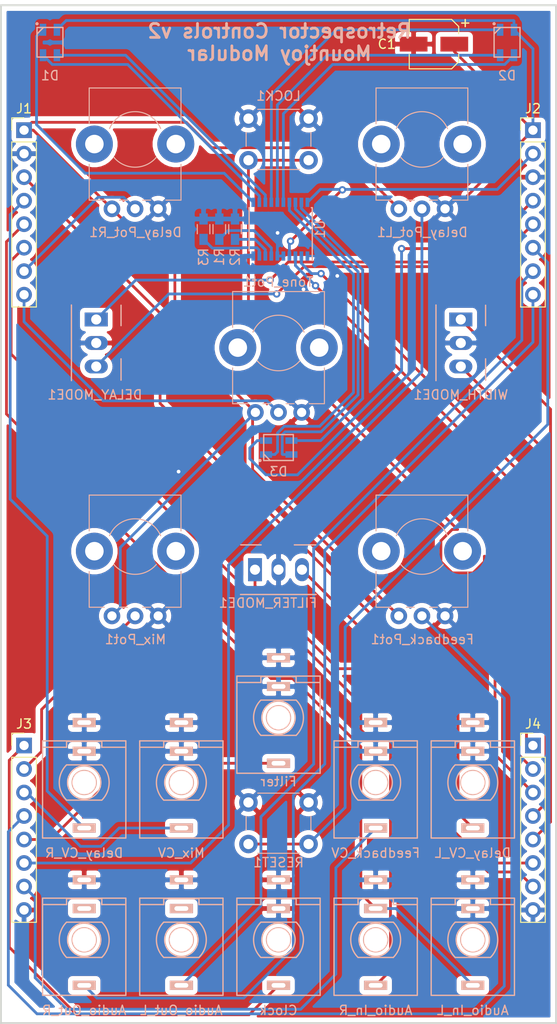
<source format=kicad_pcb>
(kicad_pcb (version 20171130) (host pcbnew "(5.1.9)-1")
  (layers (0 F.Cu signal) (31 B.Cu signal) (34 B.Paste user) (35 F.Paste user) (36 B.SilkS user) (37 F.SilkS user) (38 B.Mask user) (39 F.Mask user) (44 Edge.Cuts user))
  (net 0 "")
  (net 1 GND)
  (net 2 +3.3VA)
  (net 3 /MODE1)
  (net 4 /MODE2)
  (net 5 /EXT_AUDIO_IN_L)
  (net 6 /EXT_AUDIO_IN_R)
  (net 7 /RESET)
  (net 8 /EXT_AUDIO_OUT_L)
  (net 9 /EXT_AUDIO_OUT_R)
  (net 10 /CLOCK)
  (net 11 /DELAY_CV_L)
  (net 12 /DELAY_POT_L)
  (net 13 /DELAY_CV_R)
  (net 14 /DELAY_POT_R)
  (net 15 /MIX_POT)
  (net 16 /MIX_CV)
  (net 17 /FEEDBACK_CV)
  (net 18 /FEEDBACK_POT)
  (net 19 "Net-(J12-Pad2)")
  (net 20 "Net-(J13-Pad2)")
  (net 21 +5V)
  (net 22 "Net-(D1-Pad1)")
  (net 23 "Net-(D1-Pad2)")
  (net 24 "Net-(D1-Pad3)")
  (net 25 "Net-(D2-Pad1)")
  (net 26 "Net-(D2-Pad2)")
  (net 27 "Net-(D2-Pad3)")
  (net 28 "Net-(D3-Pad1)")
  (net 29 "Net-(D3-Pad2)")
  (net 30 "Net-(D3-Pad3)")
  (net 31 /HP_MODE)
  (net 32 /LP_MODE)
  (net 33 +3V3)
  (net 34 /FILTER_CV)
  (net 35 /LED_SPI_DATA)
  (net 36 /LED_SPI_CLK)
  (net 37 /PINGPONG)
  (net 38 /CHORUS)
  (net 39 "Net-(R1-Pad1)")
  (net 40 "Net-(R2-Pad1)")
  (net 41 "Net-(R3-Pad1)")
  (net 42 /FILTER_POT)
  (net 43 /LINK_BTN)
  (module Custom_Footprints:Alpha_9mm_Potentiometer_Aligned (layer B.Cu) (at 114.5 64.5 180)
    (fp_text reference Delay_Pot_R1 (at -0.04 -10.04) (layer B.SilkS) (effects (justify mirror)))
    (fp_text value B10k)
    (pad 0 np_thru_hole circle (at 4.4 -0.5 90) (size 4 4) (drill 2) (layers *.Cu *.Mask))
    (pad 0 np_thru_hole circle (at -4.4 -0.5 90) (size 4 4) (drill 2) (layers *.Cu *.Mask))
    (pad 1 thru_hole circle (at 2.5 -7.5 90) (size 1.8 1.8) (drill 1) (layers *.Cu *.Mask) (net 2 +3.3VA))
    (pad 2 thru_hole circle (at 0 -7.5 90) (size 1.8 1.8) (drill 1) (layers *.Cu *.Mask) (net 14 /DELAY_POT_R))
    (pad 3 thru_hole circle (at -2.5 -7.5 90) (size 1.8 1.8) (drill 1) (layers *.Cu *.Mask) (net 1 GND))
  )
  (module Custom_Footprints:SPDT_SubMiniature_Aligned (layer B.Cu) (at 149.7 86.5 270)
    (fp_text reference WIDTH_MODE1 (at 5.6 0 180) (layer B.SilkS) (effects (justify mirror)))
    (fp_text value SW_SPDT_MSM)
    (pad 3 thru_hole oval (at 2.54 0 270) (size 1.5 2.5) (drill 1.0922) (layers *.Cu *.Mask) (net 37 /PINGPONG))
    (pad 2 thru_hole oval (at 0 0 270) (size 1.5 2.5) (drill 1.0922) (layers *.Cu *.Mask) (net 1 GND))
    (pad 1 thru_hole rect (at -2.54 0 270) (size 1.5 2.5) (drill 1.0922) (layers *.Cu *.Mask) (net 38 /CHORUS))
  )
  (module Custom_Footprints:SPDT_SubMiniature_Aligned (layer B.Cu) (at 130 111)
    (fp_text reference FILTER_MODE1 (at -1.14 3.6) (layer B.SilkS) (effects (justify mirror)))
    (fp_text value SW_SPDT_MSM)
    (pad 3 thru_hole oval (at 2.54 0) (size 1.5 2.5) (drill 1.0922) (layers *.Cu *.Mask) (net 31 /HP_MODE))
    (pad 2 thru_hole oval (at 0 0) (size 1.5 2.5) (drill 1.0922) (layers *.Cu *.Mask) (net 1 GND))
    (pad 1 thru_hole rect (at -2.54 0) (size 1.5 2.5) (drill 1.0922) (layers *.Cu *.Mask) (net 32 /LP_MODE))
  )
  (module Custom_Footprints:SPDT_SubMiniature_Aligned (layer B.Cu) (at 110.3 86.5 270)
    (fp_text reference DELAY_MODE1 (at 5.6 0.15 180) (layer B.SilkS) (effects (justify mirror)))
    (fp_text value SW_SPDT_MSM)
    (pad 3 thru_hole oval (at 2.54 0 270) (size 1.5 2.5) (drill 1.0922) (layers *.Cu *.Mask) (net 4 /MODE2))
    (pad 2 thru_hole oval (at 0 0 270) (size 1.5 2.5) (drill 1.0922) (layers *.Cu *.Mask) (net 1 GND))
    (pad 1 thru_hole rect (at -2.54 0 270) (size 1.5 2.5) (drill 1.0922) (layers *.Cu *.Mask) (net 3 /MODE1))
  )
  (module Custom_Footprints:LED_RGB_PLCC4 (layer B.Cu) (at 130 97.8 90)
    (fp_text reference D3 (at -2.6 0 180) (layer B.SilkS) (effects (justify mirror)))
    (fp_text value LED_RGBA)
    (pad 1 smd rect (at -0.75 -1.35 90) (size 0.7 1.3) (layers B.Cu B.Paste B.Mask) (net 28 "Net-(D3-Pad1)"))
    (pad 2 smd rect (at -0.75 1.4 90) (size 0.7 1.3) (layers B.Cu B.Paste B.Mask) (net 29 "Net-(D3-Pad2)"))
    (pad 4 smd rect (at 0.75 -1.35 90) (size 0.7 1.3) (layers B.Cu B.Paste B.Mask) (net 21 +5V))
    (pad 3 smd rect (at 0.75 1.4 90) (size 0.7 1.3) (layers B.Cu B.Paste B.Mask) (net 30 "Net-(D3-Pad3)"))
  )
  (module Custom_Footprints:LED_RGB_PLCC4 (layer B.Cu) (at 154.7 54)
    (fp_text reference D2 (at 0 3.6) (layer B.SilkS) (effects (justify mirror)))
    (fp_text value LED_RGBA)
    (pad 1 smd rect (at -0.75 -1.35) (size 0.7 1.3) (layers B.Cu B.Paste B.Mask) (net 25 "Net-(D2-Pad1)"))
    (pad 2 smd rect (at -0.75 1.4) (size 0.7 1.3) (layers B.Cu B.Paste B.Mask) (net 26 "Net-(D2-Pad2)"))
    (pad 4 smd rect (at 0.75 -1.35) (size 0.7 1.3) (layers B.Cu B.Paste B.Mask) (net 21 +5V))
    (pad 3 smd rect (at 0.75 1.4) (size 0.7 1.3) (layers B.Cu B.Paste B.Mask) (net 27 "Net-(D2-Pad3)"))
  )
  (module Custom_Footprints:LED_RGB_PLCC4 (layer B.Cu) (at 105.3 54)
    (fp_text reference D1 (at 0 3.6) (layer B.SilkS) (effects (justify mirror)))
    (fp_text value LED_RGBA)
    (pad 1 smd rect (at -0.75 -1.35) (size 0.7 1.3) (layers B.Cu B.Paste B.Mask) (net 22 "Net-(D1-Pad1)"))
    (pad 2 smd rect (at -0.75 1.4) (size 0.7 1.3) (layers B.Cu B.Paste B.Mask) (net 23 "Net-(D1-Pad2)"))
    (pad 4 smd rect (at 0.75 -1.35) (size 0.7 1.3) (layers B.Cu B.Paste B.Mask) (net 21 +5V))
    (pad 3 smd rect (at 0.75 1.4) (size 0.7 1.3) (layers B.Cu B.Paste B.Mask) (net 24 "Net-(D1-Pad3)"))
  )
  (module Custom_Footprints:THONKICONN_hole (layer B.Cu) (at 130 127)
    (fp_text reference J14 hide)
    (fp_text value Filter (at 0 6.9) (layer B.SilkS) (effects (justify mirror)))
    (pad "" np_thru_hole circle (at 0 0) (size 2.5 2.5) (drill 2.5) (layers *.Cu *.Mask))
    (pad 1 thru_hole rect (at 0 -6.48) (size 2.5 1) (drill oval 1.5 0.5) (layers *.Cu *.Mask B.SilkS) (net 1 GND))
    (pad 2 thru_hole rect (at 0 -3.38) (size 2.5 1) (drill oval 1.5 0.5) (layers *.Cu *.Mask B.SilkS) (net 1 GND))
    (pad 3 thru_hole rect (at 0 4.92) (size 2.5 1) (drill oval 1.5 0.5) (layers *.Cu *.Mask B.SilkS) (net 34 /FILTER_CV))
  )
  (module Custom_Footprints:THONKICONN_hole (layer B.Cu) (at 109 151)
    (fp_text reference J12 hide)
    (fp_text value Audio_Out_R (at 0 7.62) (layer B.SilkS) (effects (justify mirror)))
    (pad "" np_thru_hole circle (at 0 0) (size 2.5 2.5) (drill 2.5) (layers *.Cu *.Mask))
    (pad 1 thru_hole rect (at 0 -6.48) (size 2.5 1) (drill oval 1.5 0.5) (layers *.Cu *.Mask B.SilkS) (net 1 GND))
    (pad 2 thru_hole rect (at 0 -3.38) (size 2.5 1) (drill oval 1.5 0.5) (layers *.Cu *.Mask B.SilkS) (net 19 "Net-(J12-Pad2)"))
    (pad 3 thru_hole rect (at 0 4.92) (size 2.5 1) (drill oval 1.5 0.5) (layers *.Cu *.Mask B.SilkS) (net 9 /EXT_AUDIO_OUT_R))
  )
  (module Custom_Footprints:THONKICONN_hole (layer B.Cu) (at 119.5 134)
    (fp_text reference J7 hide)
    (fp_text value Mix_CV (at 0 7.62) (layer B.SilkS) (effects (justify mirror)))
    (pad "" np_thru_hole circle (at 0 0) (size 2.5 2.5) (drill 2.5) (layers *.Cu *.Mask))
    (pad 1 thru_hole rect (at 0 -6.48) (size 2.5 1) (drill oval 1.5 0.5) (layers *.Cu *.Mask B.SilkS) (net 1 GND))
    (pad 2 thru_hole rect (at 0 -3.38) (size 2.5 1) (drill oval 1.5 0.5) (layers *.Cu *.Mask B.SilkS) (net 1 GND))
    (pad 3 thru_hole rect (at 0 4.92) (size 2.5 1) (drill oval 1.5 0.5) (layers *.Cu *.Mask B.SilkS) (net 16 /MIX_CV))
  )
  (module Custom_Footprints:THONKICONN_hole (layer B.Cu) (at 140.5 134)
    (fp_text reference J10 hide)
    (fp_text value Feedback_CV (at 0 7.62) (layer B.SilkS) (effects (justify mirror)))
    (pad "" np_thru_hole circle (at 0 0) (size 2.5 2.5) (drill 2.5) (layers *.Cu *.Mask))
    (pad 1 thru_hole rect (at 0 -6.48) (size 2.5 1) (drill oval 1.5 0.5) (layers *.Cu *.Mask B.SilkS) (net 1 GND))
    (pad 2 thru_hole rect (at 0 -3.38) (size 2.5 1) (drill oval 1.5 0.5) (layers *.Cu *.Mask B.SilkS) (net 1 GND))
    (pad 3 thru_hole rect (at 0 4.92) (size 2.5 1) (drill oval 1.5 0.5) (layers *.Cu *.Mask B.SilkS) (net 17 /FEEDBACK_CV))
  )
  (module Custom_Footprints:THONKICONN_hole (layer B.Cu) (at 109 134)
    (fp_text reference J8 hide)
    (fp_text value Delay_CV_R (at 0 7.62) (layer B.SilkS) (effects (justify mirror)))
    (pad "" np_thru_hole circle (at 0 0) (size 2.5 2.5) (drill 2.5) (layers *.Cu *.Mask))
    (pad 1 thru_hole rect (at 0 -6.48) (size 2.5 1) (drill oval 1.5 0.5) (layers *.Cu *.Mask B.SilkS) (net 1 GND))
    (pad 2 thru_hole rect (at 0 -3.38) (size 2.5 1) (drill oval 1.5 0.5) (layers *.Cu *.Mask B.SilkS) (net 1 GND))
    (pad 3 thru_hole rect (at 0 4.92) (size 2.5 1) (drill oval 1.5 0.5) (layers *.Cu *.Mask B.SilkS) (net 13 /DELAY_CV_R))
  )
  (module Custom_Footprints:THONKICONN_hole (layer B.Cu) (at 119.5 151)
    (fp_text reference J13 hide)
    (fp_text value Audio_Out_L (at 0 7.62) (layer B.SilkS) (effects (justify mirror)))
    (pad "" np_thru_hole circle (at 0 0) (size 2.5 2.5) (drill 2.5) (layers *.Cu *.Mask))
    (pad 1 thru_hole rect (at 0 -6.48) (size 2.5 1) (drill oval 1.5 0.5) (layers *.Cu *.Mask B.SilkS) (net 1 GND))
    (pad 2 thru_hole rect (at 0 -3.38) (size 2.5 1) (drill oval 1.5 0.5) (layers *.Cu *.Mask B.SilkS) (net 20 "Net-(J13-Pad2)"))
    (pad 3 thru_hole rect (at 0 4.92) (size 2.5 1) (drill oval 1.5 0.5) (layers *.Cu *.Mask B.SilkS) (net 8 /EXT_AUDIO_OUT_L))
  )
  (module Custom_Footprints:THONKICONN_hole (layer B.Cu) (at 140.5 151)
    (fp_text reference J11 hide)
    (fp_text value Audio_In_R (at 0 7.62) (layer B.SilkS) (effects (justify mirror)))
    (pad "" np_thru_hole circle (at 0 0) (size 2.5 2.5) (drill 2.5) (layers *.Cu *.Mask))
    (pad 1 thru_hole rect (at 0 -6.48) (size 2.5 1) (drill oval 1.5 0.5) (layers *.Cu *.Mask B.SilkS) (net 1 GND))
    (pad 2 thru_hole rect (at 0 -3.38) (size 2.5 1) (drill oval 1.5 0.5) (layers *.Cu *.Mask B.SilkS) (net 5 /EXT_AUDIO_IN_L))
    (pad 3 thru_hole rect (at 0 4.92) (size 2.5 1) (drill oval 1.5 0.5) (layers *.Cu *.Mask B.SilkS) (net 6 /EXT_AUDIO_IN_R))
  )
  (module Custom_Footprints:THONKICONN_hole (layer B.Cu) (at 130 151)
    (fp_text reference J9 hide)
    (fp_text value Clock (at 0 7.62) (layer B.SilkS) (effects (justify mirror)))
    (pad "" np_thru_hole circle (at 0 0) (size 2.5 2.5) (drill 2.5) (layers *.Cu *.Mask))
    (pad 1 thru_hole rect (at 0 -6.48) (size 2.5 1) (drill oval 1.5 0.5) (layers *.Cu *.Mask B.SilkS) (net 1 GND))
    (pad 2 thru_hole rect (at 0 -3.38) (size 2.5 1) (drill oval 1.5 0.5) (layers *.Cu *.Mask B.SilkS) (net 1 GND))
    (pad 3 thru_hole rect (at 0 4.92) (size 2.5 1) (drill oval 1.5 0.5) (layers *.Cu *.Mask B.SilkS) (net 10 /CLOCK))
  )
  (module Custom_Footprints:THONKICONN_hole (layer B.Cu) (at 151 134)
    (fp_text reference J6 hide)
    (fp_text value Delay_CV_L (at 0 7.62) (layer B.SilkS) (effects (justify mirror)))
    (pad "" np_thru_hole circle (at 0 0) (size 2.5 2.5) (drill 2.5) (layers *.Cu *.Mask))
    (pad 1 thru_hole rect (at 0 -6.48) (size 2.5 1) (drill oval 1.5 0.5) (layers *.Cu *.Mask B.SilkS) (net 1 GND))
    (pad 2 thru_hole rect (at 0 -3.38) (size 2.5 1) (drill oval 1.5 0.5) (layers *.Cu *.Mask B.SilkS) (net 1 GND))
    (pad 3 thru_hole rect (at 0 4.92) (size 2.5 1) (drill oval 1.5 0.5) (layers *.Cu *.Mask B.SilkS) (net 11 /DELAY_CV_L))
  )
  (module Custom_Footprints:THONKICONN_hole (layer B.Cu) (at 151 151)
    (fp_text reference J5 hide)
    (fp_text value Audio_In_L (at 0 7.62) (layer B.SilkS) (effects (justify mirror)))
    (pad "" np_thru_hole circle (at 0 0) (size 2.5 2.5) (drill 2.5) (layers *.Cu *.Mask))
    (pad 1 thru_hole rect (at 0 -6.48) (size 2.5 1) (drill oval 1.5 0.5) (layers *.Cu *.Mask B.SilkS) (net 1 GND))
    (pad 2 thru_hole rect (at 0 -3.38) (size 2.5 1) (drill oval 1.5 0.5) (layers *.Cu *.Mask B.SilkS) (net 1 GND))
    (pad 3 thru_hole rect (at 0 4.92) (size 2.5 1) (drill oval 1.5 0.5) (layers *.Cu *.Mask B.SilkS) (net 5 /EXT_AUDIO_IN_L))
  )
  (module Custom_Footprints:Alpha_9mm_Potentiometer_Aligned (layer B.Cu) (at 130 86.5 180)
    (fp_text reference Tone_Pot1 (at 0.05 6.6) (layer B.SilkS) (effects (justify mirror)))
    (fp_text value B10k)
    (pad 0 np_thru_hole circle (at 4.4 -0.5 90) (size 4 4) (drill 2) (layers *.Cu *.Mask))
    (pad 0 np_thru_hole circle (at -4.4 -0.5 90) (size 4 4) (drill 2) (layers *.Cu *.Mask))
    (pad 1 thru_hole circle (at 2.5 -7.5 90) (size 1.8 1.8) (drill 1) (layers *.Cu *.Mask) (net 2 +3.3VA))
    (pad 2 thru_hole circle (at 0 -7.5 90) (size 1.8 1.8) (drill 1) (layers *.Cu *.Mask) (net 42 /FILTER_POT))
    (pad 3 thru_hole circle (at -2.5 -7.5 90) (size 1.8 1.8) (drill 1) (layers *.Cu *.Mask) (net 1 GND))
  )
  (module Custom_Footprints:Alpha_9mm_Potentiometer_Aligned (layer B.Cu) (at 114.5 108.5 180)
    (fp_text reference Mix_Pot1 (at -0.04 -10.04) (layer B.SilkS) (effects (justify mirror)))
    (fp_text value B10k)
    (pad 0 np_thru_hole circle (at 4.4 -0.5 90) (size 4 4) (drill 2) (layers *.Cu *.Mask))
    (pad 0 np_thru_hole circle (at -4.4 -0.5 90) (size 4 4) (drill 2) (layers *.Cu *.Mask))
    (pad 1 thru_hole circle (at 2.5 -7.5 90) (size 1.8 1.8) (drill 1) (layers *.Cu *.Mask) (net 2 +3.3VA))
    (pad 2 thru_hole circle (at 0 -7.5 90) (size 1.8 1.8) (drill 1) (layers *.Cu *.Mask) (net 15 /MIX_POT))
    (pad 3 thru_hole circle (at -2.5 -7.5 90) (size 1.8 1.8) (drill 1) (layers *.Cu *.Mask) (net 1 GND))
  )
  (module Custom_Footprints:Alpha_9mm_Potentiometer_Aligned (layer B.Cu) (at 145.5 108.5 180)
    (fp_text reference Feedback_Pot1 (at -0.04 -10.04) (layer B.SilkS) (effects (justify mirror)))
    (fp_text value B10k)
    (pad 0 np_thru_hole circle (at 4.4 -0.5 90) (size 4 4) (drill 2) (layers *.Cu *.Mask))
    (pad 0 np_thru_hole circle (at -4.4 -0.5 90) (size 4 4) (drill 2) (layers *.Cu *.Mask))
    (pad 1 thru_hole circle (at 2.5 -7.5 90) (size 1.8 1.8) (drill 1) (layers *.Cu *.Mask) (net 2 +3.3VA))
    (pad 2 thru_hole circle (at 0 -7.5 90) (size 1.8 1.8) (drill 1) (layers *.Cu *.Mask) (net 18 /FEEDBACK_POT))
    (pad 3 thru_hole circle (at -2.5 -7.5 90) (size 1.8 1.8) (drill 1) (layers *.Cu *.Mask) (net 1 GND))
  )
  (module Custom_Footprints:Alpha_9mm_Potentiometer_Aligned (layer B.Cu) (at 145.5 64.5 180)
    (fp_text reference Delay_Pot_L1 (at -0.04 -10.04) (layer B.SilkS) (effects (justify mirror)))
    (fp_text value B10k)
    (pad 0 np_thru_hole circle (at 4.4 -0.5 90) (size 4 4) (drill 2) (layers *.Cu *.Mask))
    (pad 0 np_thru_hole circle (at -4.4 -0.5 90) (size 4 4) (drill 2) (layers *.Cu *.Mask))
    (pad 1 thru_hole circle (at 2.5 -7.5 90) (size 1.8 1.8) (drill 1) (layers *.Cu *.Mask) (net 2 +3.3VA))
    (pad 2 thru_hole circle (at 0 -7.5 90) (size 1.8 1.8) (drill 1) (layers *.Cu *.Mask) (net 12 /DELAY_POT_L))
    (pad 3 thru_hole circle (at -2.5 -7.5 90) (size 1.8 1.8) (drill 1) (layers *.Cu *.Mask) (net 1 GND))
  )
  (module Custom_Footprints:SW_PUSH_6mm_aligned (layer B.Cu) (at 130 138.4)
    (fp_text reference RESET1 (at 0 4.25) (layer B.SilkS) (effects (justify mirror)))
    (fp_text value SW_Push)
    (pad 2 thru_hole circle (at -3.25 -2.25 270) (size 2 2) (drill 1.1) (layers *.Cu *.Mask) (net 1 GND))
    (pad 1 thru_hole circle (at -3.25 2.25 270) (size 2 2) (drill 1.1) (layers *.Cu *.Mask) (net 7 /RESET))
    (pad 2 thru_hole circle (at 3.25 -2.25 270) (size 2 2) (drill 1.1) (layers *.Cu *.Mask) (net 1 GND))
    (pad 1 thru_hole circle (at 3.25 2.25 270) (size 2 2) (drill 1.1) (layers *.Cu *.Mask) (net 7 /RESET))
  )
  (module Custom_Footprints:SW_PUSH_6mm_aligned (layer B.Cu) (at 130 64.5)
    (fp_text reference LOCK1 (at 0 -4.7) (layer B.SilkS) (effects (justify mirror)))
    (fp_text value SW_Push)
    (pad 2 thru_hole circle (at -3.25 -2.25 270) (size 2 2) (drill 1.1) (layers *.Cu *.Mask) (net 1 GND))
    (pad 1 thru_hole circle (at -3.25 2.25 270) (size 2 2) (drill 1.1) (layers *.Cu *.Mask) (net 43 /LINK_BTN))
    (pad 2 thru_hole circle (at 3.25 -2.25 270) (size 2 2) (drill 1.1) (layers *.Cu *.Mask) (net 1 GND))
    (pad 1 thru_hole circle (at 3.25 2.25 270) (size 2 2) (drill 1.1) (layers *.Cu *.Mask) (net 43 /LINK_BTN))
  )
  (module Housings_SSOP:SSOP-20_4.4x6.5mm_Pitch0.65mm (layer B.Cu) (at 130.2 74.2 90)
    (fp_text reference U1 (at 0 4.3 90) (layer B.SilkS) (effects (justify mirror)))
    (fp_text value TB62781FNG)
    (pad 1 smd rect (at -2.9 2.925 90) (size 1 0.4) (layers B.Cu B.Paste B.Mask) (net 1 GND))
    (pad 2 smd rect (at -2.9 2.275 90) (size 1 0.4) (layers B.Cu B.Paste B.Mask) (net 35 /LED_SPI_DATA))
    (pad 3 smd rect (at -2.9 1.625 90) (size 1 0.4) (layers B.Cu B.Paste B.Mask) (net 36 /LED_SPI_CLK))
    (pad 4 smd rect (at -2.9 0.975 90) (size 1 0.4) (layers B.Cu B.Paste B.Mask) (net 33 +3V3))
    (pad 5 smd rect (at -2.9 0.325 90) (size 1 0.4) (layers B.Cu B.Paste B.Mask) (net 1 GND))
    (pad 6 smd rect (at -2.9 -0.325 90) (size 1 0.4) (layers B.Cu B.Paste B.Mask) (net 1 GND))
    (pad 7 smd rect (at -2.9 -0.975 90) (size 1 0.4) (layers B.Cu B.Paste B.Mask) (net 39 "Net-(R1-Pad1)"))
    (pad 8 smd rect (at -2.9 -1.625 90) (size 1 0.4) (layers B.Cu B.Paste B.Mask) (net 40 "Net-(R2-Pad1)"))
    (pad 9 smd rect (at -2.9 -2.275 90) (size 1 0.4) (layers B.Cu B.Paste B.Mask) (net 41 "Net-(R3-Pad1)"))
    (pad 10 smd rect (at -2.9 -2.925 90) (size 1 0.4) (layers B.Cu B.Paste B.Mask) (net 1 GND))
    (pad 11 smd rect (at 2.9 -2.925 90) (size 1 0.4) (layers B.Cu B.Paste B.Mask) (net 22 "Net-(D1-Pad1)"))
    (pad 12 smd rect (at 2.9 -2.275 90) (size 1 0.4) (layers B.Cu B.Paste B.Mask) (net 23 "Net-(D1-Pad2)"))
    (pad 13 smd rect (at 2.9 -1.625 90) (size 1 0.4) (layers B.Cu B.Paste B.Mask) (net 24 "Net-(D1-Pad3)"))
    (pad 14 smd rect (at 2.9 -0.975 90) (size 1 0.4) (layers B.Cu B.Paste B.Mask) (net 25 "Net-(D2-Pad1)"))
    (pad 15 smd rect (at 2.9 -0.325 90) (size 1 0.4) (layers B.Cu B.Paste B.Mask) (net 26 "Net-(D2-Pad2)"))
    (pad 16 smd rect (at 2.9 0.325 90) (size 1 0.4) (layers B.Cu B.Paste B.Mask) (net 27 "Net-(D2-Pad3)"))
    (pad 17 smd rect (at 2.9 0.975 90) (size 1 0.4) (layers B.Cu B.Paste B.Mask) (net 28 "Net-(D3-Pad1)"))
    (pad 18 smd rect (at 2.9 1.625 90) (size 1 0.4) (layers B.Cu B.Paste B.Mask) (net 29 "Net-(D3-Pad2)"))
    (pad 19 smd rect (at 2.9 2.275 90) (size 1 0.4) (layers B.Cu B.Paste B.Mask) (net 30 "Net-(D3-Pad3)"))
    (pad 20 smd rect (at 2.9 2.925 90) (size 1 0.4) (layers B.Cu B.Paste B.Mask) (net 33 +3V3))
  )
  (module Resistors_SMD:R_0603_HandSoldering (layer B.Cu) (at 121.9 74.2 90)
    (fp_text reference R3 (at -3 0 90) (layer B.SilkS) (effects (justify mirror)))
    (fp_text value 3k3)
    (pad 1 smd rect (at -1.1 0 90) (size 1.2 0.9) (layers B.Cu B.Paste B.Mask) (net 41 "Net-(R3-Pad1)"))
    (pad 2 smd rect (at 1.1 0 90) (size 1.2 0.9) (layers B.Cu B.Paste B.Mask) (net 1 GND))
  )
  (module Resistors_SMD:R_0603_HandSoldering (layer B.Cu) (at 125.3 74.2 90)
    (fp_text reference R2 (at -3 0 90) (layer B.SilkS) (effects (justify mirror)))
    (fp_text value 3k3)
    (pad 1 smd rect (at -1.1 0 90) (size 1.2 0.9) (layers B.Cu B.Paste B.Mask) (net 40 "Net-(R2-Pad1)"))
    (pad 2 smd rect (at 1.1 0 90) (size 1.2 0.9) (layers B.Cu B.Paste B.Mask) (net 1 GND))
  )
  (module Resistors_SMD:R_0603_HandSoldering (layer B.Cu) (at 123.6 74.2 90)
    (fp_text reference R1 (at -3 0 90) (layer B.SilkS) (effects (justify mirror)))
    (fp_text value 3k3)
    (pad 1 smd rect (at -1.1 0 90) (size 1.2 0.9) (layers B.Cu B.Paste B.Mask) (net 39 "Net-(R1-Pad1)"))
    (pad 2 smd rect (at 1.1 0 90) (size 1.2 0.9) (layers B.Cu B.Paste B.Mask) (net 1 GND))
  )
  (module Capacitors_SMD:CP_Elec_5x5.8 (layer F.Cu) (at 146.8 54.2 180)
    (fp_text reference C1 (at 5.1 0) (layer F.SilkS))
    (fp_text value 47uF)
    (fp_text user + (at -3.38 2.35) (layer F.SilkS))
    (pad 1 smd rect (at -2.2 0) (size 3 1.6) (layers F.Cu F.Paste F.Mask) (net 21 +5V))
    (pad 2 smd rect (at 2.2 0) (size 3 1.6) (layers F.Cu F.Paste F.Mask) (net 1 GND))
  )
  (module Socket_Strips:Socket_Strip_Straight_1x08_Pitch2.54mm (layer F.Cu) (at 157.5 130)
    (fp_text reference J4 hide)
    (fp_text value Conn_01x08_Female)
    (fp_text user %R (at 0 -2.33) (layer F.SilkS))
    (pad 1 thru_hole rect (at 0 0) (size 1.7 1.7) (drill 1) (layers *.Cu *.Mask) (net 35 /LED_SPI_DATA))
    (pad 2 thru_hole oval (at 0 2.54) (size 1.7 1.7) (drill 1) (layers *.Cu *.Mask) (net 36 /LED_SPI_CLK))
    (pad 3 thru_hole oval (at 0 5.08) (size 1.7 1.7) (drill 1) (layers *.Cu *.Mask) (net 43 /LINK_BTN))
    (pad 4 thru_hole oval (at 0 7.62) (size 1.7 1.7) (drill 1) (layers *.Cu *.Mask) (net 37 /PINGPONG))
    (pad 5 thru_hole oval (at 0 10.16) (size 1.7 1.7) (drill 1) (layers *.Cu *.Mask) (net 38 /CHORUS))
    (pad 6 thru_hole oval (at 0 12.7) (size 1.7 1.7) (drill 1) (layers *.Cu *.Mask) (net 31 /HP_MODE))
    (pad 7 thru_hole oval (at 0 15.24) (size 1.7 1.7) (drill 1) (layers *.Cu *.Mask) (net 32 /LP_MODE))
    (pad 8 thru_hole oval (at 0 17.78) (size 1.7 1.7) (drill 1) (layers *.Cu *.Mask) (net 1 GND))
  )
  (module Socket_Strips:Socket_Strip_Straight_1x08_Pitch2.54mm (layer F.Cu) (at 157.5 63.5)
    (fp_text reference J2 hide)
    (fp_text value Conn_01x08_Female)
    (fp_text user %R (at 0 -2.33) (layer F.SilkS))
    (pad 1 thru_hole rect (at 0 0) (size 1.7 1.7) (drill 1) (layers *.Cu *.Mask) (net 21 +5V))
    (pad 2 thru_hole oval (at 0 2.54) (size 1.7 1.7) (drill 1) (layers *.Cu *.Mask) (net 33 +3V3))
    (pad 3 thru_hole oval (at 0 5.08) (size 1.7 1.7) (drill 1) (layers *.Cu *.Mask) (net 1 GND))
    (pad 4 thru_hole oval (at 0 7.62) (size 1.7 1.7) (drill 1) (layers *.Cu *.Mask) (net 3 /MODE1))
    (pad 5 thru_hole oval (at 0 10.16) (size 1.7 1.7) (drill 1) (layers *.Cu *.Mask) (net 4 /MODE2))
    (pad 6 thru_hole oval (at 0 12.7) (size 1.7 1.7) (drill 1) (layers *.Cu *.Mask) (net 7 /RESET))
    (pad 7 thru_hole oval (at 0 15.24) (size 1.7 1.7) (drill 1) (layers *.Cu *.Mask) (net 8 /EXT_AUDIO_OUT_L))
    (pad 8 thru_hole oval (at 0 17.78) (size 1.7 1.7) (drill 1) (layers *.Cu *.Mask) (net 9 /EXT_AUDIO_OUT_R))
  )
  (module Socket_Strips:Socket_Strip_Straight_1x08_Pitch2.54mm (layer F.Cu) (at 102.5 130)
    (fp_text reference J3 hide)
    (fp_text value Conn_01x08_Female)
    (fp_text user %R (at 0 -2.33) (layer F.SilkS))
    (pad 1 thru_hole rect (at 0 0) (size 1.7 1.7) (drill 1) (layers *.Cu *.Mask) (net 10 /CLOCK))
    (pad 2 thru_hole oval (at 0 2.54) (size 1.7 1.7) (drill 1) (layers *.Cu *.Mask) (net 15 /MIX_POT))
    (pad 3 thru_hole oval (at 0 5.08) (size 1.7 1.7) (drill 1) (layers *.Cu *.Mask) (net 16 /MIX_CV))
    (pad 4 thru_hole oval (at 0 7.62) (size 1.7 1.7) (drill 1) (layers *.Cu *.Mask) (net 18 /FEEDBACK_POT))
    (pad 5 thru_hole oval (at 0 10.16) (size 1.7 1.7) (drill 1) (layers *.Cu *.Mask) (net 34 /FILTER_CV))
    (pad 6 thru_hole oval (at 0 12.7) (size 1.7 1.7) (drill 1) (layers *.Cu *.Mask) (net 12 /DELAY_POT_L))
    (pad 7 thru_hole oval (at 0 15.24) (size 1.7 1.7) (drill 1) (layers *.Cu *.Mask) (net 17 /FEEDBACK_CV))
    (pad 8 thru_hole oval (at 0 17.78) (size 1.7 1.7) (drill 1) (layers *.Cu *.Mask) (net 1 GND))
  )
  (module Socket_Strips:Socket_Strip_Straight_1x08_Pitch2.54mm (layer F.Cu) (at 102.5 63.5)
    (fp_text reference J1 hide)
    (fp_text value Conn_01x08_Female)
    (fp_text user %R (at 0 -2.33) (layer F.SilkS))
    (pad 1 thru_hole rect (at 0 0) (size 1.7 1.7) (drill 1) (layers *.Cu *.Mask) (net 2 +3.3VA))
    (pad 2 thru_hole oval (at 0 2.54) (size 1.7 1.7) (drill 1) (layers *.Cu *.Mask) (net 1 GND))
    (pad 3 thru_hole oval (at 0 5.08) (size 1.7 1.7) (drill 1) (layers *.Cu *.Mask) (net 11 /DELAY_CV_L))
    (pad 4 thru_hole oval (at 0 7.62) (size 1.7 1.7) (drill 1) (layers *.Cu *.Mask) (net 13 /DELAY_CV_R))
    (pad 5 thru_hole oval (at 0 10.16) (size 1.7 1.7) (drill 1) (layers *.Cu *.Mask) (net 5 /EXT_AUDIO_IN_L))
    (pad 6 thru_hole oval (at 0 12.7) (size 1.7 1.7) (drill 1) (layers *.Cu *.Mask) (net 6 /EXT_AUDIO_IN_R))
    (pad 7 thru_hole oval (at 0 15.24) (size 1.7 1.7) (drill 1) (layers *.Cu *.Mask) (net 14 /DELAY_POT_R))
    (pad 8 thru_hole oval (at 0 17.78) (size 1.7 1.7) (drill 1) (layers *.Cu *.Mask) (net 42 /FILTER_POT))
  )
  (gr_text "Retrospector Controls v2\nMountjoy Modular" (at 130.1 54) (layer B.SilkS) (effects (font (size 1.5 1.5) (thickness 0.3)) (justify mirror)))
  (gr_line (start 160 50) (end 160 160) (layer Edge.Cuts) (width 0.2))
  (gr_line (start 100 160) (end 160 160) (layer Edge.Cuts) (width 0.2))
  (gr_line (start 100 50) (end 100 160) (layer Edge.Cuts) (width 0.2))
  (gr_line (start 100 50) (end 160 50) (layer Edge.Cuts) (width 0.2))
  (via (at 132.7 80.7) (size 0.8) (drill 0.4) (layers F.Cu B.Cu) (net 1))
  (segment (start 130.525 77.1) (end 129.875 77.1) (width 0.3) (layer B.Cu) (net 1))
  (segment (start 122.019998 77.1) (end 127.275 77.1) (width 0.3) (layer B.Cu) (net 1))
  (via (at 129.9 74.6) (size 0.8) (drill 0.4) (layers F.Cu B.Cu) (net 1))
  (segment (start 129.875 74.875) (end 129.875 77.1) (width 0.3) (layer B.Cu) (net 1))
  (segment (start 129.9 74.6) (end 129.875 74.875) (width 0.3) (layer B.Cu) (net 1))
  (via (at 136.35 79.25) (size 0.8) (drill 0.4) (layers F.Cu B.Cu) (net 1))
  (via (at 119.2 100.4) (size 0.8) (drill 0.4) (layers F.Cu B.Cu) (net 1))
  (segment (start 134.2 77.1) (end 136.35 79.25) (width 0.25) (layer B.Cu) (net 1))
  (segment (start 133.125 77.1) (end 134.2 77.1) (width 0.25) (layer B.Cu) (net 1))
  (segment (start 143 116) (end 127.2 100.2) (width 0.3) (layer F.Cu) (net 2))
  (segment (start 127.2 94.3) (end 127.5 94) (width 0.3) (layer F.Cu) (net 2))
  (segment (start 127.2 100.2) (end 127.2 94.3) (width 0.3) (layer F.Cu) (net 2))
  (segment (start 103.5 63.5) (end 102.5 63.5) (width 0.3) (layer F.Cu) (net 2))
  (segment (start 112 72) (end 103.5 63.5) (width 0.3) (layer F.Cu) (net 2))
  (segment (start 103.350001 62.649999) (end 102.5 63.5) (width 0.3) (layer F.Cu) (net 2))
  (segment (start 120.028001 62.649999) (end 103.350001 62.649999) (width 0.3) (layer F.Cu) (net 2))
  (segment (start 136.399999 65.399999) (end 122.778001 65.399999) (width 0.3) (layer F.Cu) (net 2))
  (segment (start 122.778001 65.399999) (end 120.028001 62.649999) (width 0.3) (layer F.Cu) (net 2))
  (segment (start 143 72) (end 136.399999 65.399999) (width 0.3) (layer F.Cu) (net 2))
  (segment (start 112.899999 108.600001) (end 127.5 94) (width 0.3) (layer B.Cu) (net 2))
  (segment (start 112.899999 115.100001) (end 112.899999 108.600001) (width 0.3) (layer B.Cu) (net 2))
  (segment (start 112 116) (end 112.899999 115.100001) (width 0.3) (layer B.Cu) (net 2))
  (segment (start 118.8 78.8) (end 112 72) (width 0.3) (layer F.Cu) (net 2))
  (segment (start 118.8 85.3) (end 118.8 78.8) (width 0.3) (layer F.Cu) (net 2))
  (segment (start 127.5 94) (end 118.8 85.3) (width 0.3) (layer F.Cu) (net 2))
  (via (at 129.1 79.7) (size 0.8) (drill 0.4) (layers F.Cu B.Cu) (net 3))
  (segment (start 114.56 79.7) (end 129.1 79.7) (width 0.3) (layer B.Cu) (net 3))
  (segment (start 110.3 83.96) (end 114.56 79.7) (width 0.3) (layer B.Cu) (net 3))
  (segment (start 150.870011 77.749989) (end 157.5 71.12) (width 0.3) (layer F.Cu) (net 3))
  (segment (start 131.050011 77.749989) (end 150.870011 77.749989) (width 0.3) (layer F.Cu) (net 3))
  (segment (start 129.1 79.7) (end 131.050011 77.749989) (width 0.3) (layer F.Cu) (net 3))
  (via (at 129.8 81.2) (size 0.8) (drill 0.4) (layers F.Cu B.Cu) (net 4))
  (segment (start 118.14 81.2) (end 129.8 81.2) (width 0.3) (layer B.Cu) (net 4))
  (segment (start 110.3 89.04) (end 118.14 81.2) (width 0.3) (layer B.Cu) (net 4))
  (segment (start 152.910001 78.249999) (end 157.5 73.66) (width 0.3) (layer F.Cu) (net 4))
  (segment (start 132.750001 78.249999) (end 152.910001 78.249999) (width 0.3) (layer F.Cu) (net 4))
  (segment (start 129.8 81.2) (end 132.750001 78.249999) (width 0.3) (layer F.Cu) (net 4))
  (segment (start 142.7 147.62) (end 151 155.92) (width 0.3) (layer B.Cu) (net 5))
  (segment (start 140.5 147.62) (end 142.7 147.62) (width 0.3) (layer B.Cu) (net 5))
  (segment (start 102.5 73.66) (end 100.6 75.56) (width 0.3) (layer F.Cu) (net 5))
  (segment (start 100.6 75.56) (end 100.6 94.178002) (width 0.3) (layer F.Cu) (net 5))
  (segment (start 100.6 94.178002) (end 129.191997 122.769999) (width 0.3) (layer F.Cu) (net 5))
  (segment (start 129.191997 122.769999) (end 131.530001 122.769999) (width 0.3) (layer F.Cu) (net 5))
  (segment (start 131.530001 122.769999) (end 138.899999 130.139997) (width 0.3) (layer F.Cu) (net 5))
  (segment (start 138.899999 130.139997) (end 138.899999 146.019999) (width 0.3) (layer F.Cu) (net 5))
  (segment (start 138.899999 146.019999) (end 140.5 147.62) (width 0.3) (layer F.Cu) (net 5))
  (segment (start 102.5 76.2) (end 101.1 77.6) (width 0.3) (layer F.Cu) (net 6))
  (segment (start 101.1 77.6) (end 101.1 87.7) (width 0.3) (layer F.Cu) (net 6))
  (segment (start 138.899999 125.499999) (end 138.899999 128.300001) (width 0.3) (layer F.Cu) (net 6))
  (segment (start 101.1 87.7) (end 138.899999 125.499999) (width 0.3) (layer F.Cu) (net 6))
  (segment (start 139.549998 128.95) (end 141.7 128.95) (width 0.3) (layer F.Cu) (net 6))
  (segment (start 138.899999 128.300001) (end 139.549998 128.95) (width 0.3) (layer F.Cu) (net 6))
  (segment (start 141.7 128.95) (end 142.100001 129.350001) (width 0.3) (layer F.Cu) (net 6))
  (segment (start 142.100001 129.350001) (end 142.100001 154.319999) (width 0.3) (layer F.Cu) (net 6))
  (segment (start 142.100001 154.319999) (end 140.5 155.92) (width 0.3) (layer F.Cu) (net 6))
  (segment (start 133.25 140.65) (end 126.75 140.65) (width 0.3) (layer F.Cu) (net 7))
  (segment (start 159.1 77.8) (end 157.5 76.2) (width 0.3) (layer B.Cu) (net 7))
  (segment (start 159.1 95.3) (end 159.1 77.8) (width 0.3) (layer B.Cu) (net 7))
  (segment (start 137.2 117.2) (end 159.1 95.3) (width 0.3) (layer B.Cu) (net 7))
  (segment (start 137.2 136.7) (end 137.2 117.2) (width 0.3) (layer B.Cu) (net 7))
  (segment (start 133.25 140.65) (end 137.2 136.7) (width 0.3) (layer B.Cu) (net 7))
  (segment (start 156.299999 79.940001) (end 157.5 78.74) (width 0.3) (layer B.Cu) (net 8))
  (segment (start 156.299999 86.200001) (end 156.299999 79.940001) (width 0.3) (layer B.Cu) (net 8))
  (segment (start 133.8 132) (end 133.8 108.7) (width 0.3) (layer B.Cu) (net 8))
  (segment (start 133.8 108.7) (end 156.299999 86.200001) (width 0.3) (layer B.Cu) (net 8))
  (segment (start 128.100001 137.699999) (end 133.8 132) (width 0.3) (layer B.Cu) (net 8))
  (segment (start 128.100001 147.319999) (end 128.100001 137.699999) (width 0.3) (layer B.Cu) (net 8))
  (segment (start 119.5 155.92) (end 128.100001 147.319999) (width 0.3) (layer B.Cu) (net 8))
  (segment (start 110.38 157.3) (end 109 155.92) (width 0.3) (layer B.Cu) (net 9))
  (segment (start 126.239998 157.3) (end 110.38 157.3) (width 0.3) (layer B.Cu) (net 9))
  (segment (start 131.600001 151.939997) (end 126.239998 157.3) (width 0.3) (layer B.Cu) (net 9))
  (segment (start 131.600001 135.399999) (end 131.600001 151.939997) (width 0.3) (layer B.Cu) (net 9))
  (segment (start 135 132) (end 131.600001 135.399999) (width 0.3) (layer B.Cu) (net 9))
  (segment (start 135 108.9) (end 135 132) (width 0.3) (layer B.Cu) (net 9))
  (segment (start 157.5 86.4) (end 135 108.9) (width 0.3) (layer B.Cu) (net 9))
  (segment (start 157.5 81.28) (end 157.5 86.4) (width 0.3) (layer B.Cu) (net 9))
  (segment (start 126.82 159.1) (end 130 155.92) (width 0.3) (layer F.Cu) (net 10))
  (segment (start 108.2 159.1) (end 126.82 159.1) (width 0.3) (layer F.Cu) (net 10))
  (segment (start 100.9 151.8) (end 108.2 159.1) (width 0.3) (layer F.Cu) (net 10))
  (segment (start 100.9 131.6) (end 100.9 151.8) (width 0.3) (layer F.Cu) (net 10))
  (segment (start 102.5 130) (end 100.9 131.6) (width 0.3) (layer F.Cu) (net 10))
  (segment (start 149.399999 137.319999) (end 151 138.92) (width 0.3) (layer F.Cu) (net 11))
  (segment (start 149.399999 125.229997) (end 149.399999 137.319999) (width 0.3) (layer F.Cu) (net 11))
  (segment (start 117.2 93.029998) (end 149.399999 125.229997) (width 0.3) (layer F.Cu) (net 11))
  (segment (start 117.2 83.28) (end 117.2 93.029998) (width 0.3) (layer F.Cu) (net 11))
  (segment (start 102.5 68.58) (end 117.2 83.28) (width 0.3) (layer F.Cu) (net 11))
  (segment (start 120.5 142.7) (end 102.5 142.7) (width 0.3) (layer B.Cu) (net 12))
  (segment (start 124.6 138.6) (end 120.5 142.7) (width 0.3) (layer B.Cu) (net 12))
  (segment (start 124.6 110.5) (end 124.6 138.6) (width 0.3) (layer B.Cu) (net 12))
  (segment (start 145.5 89.6) (end 124.6 110.5) (width 0.3) (layer B.Cu) (net 12))
  (segment (start 145.5 72) (end 145.5 89.6) (width 0.3) (layer B.Cu) (net 12))
  (segment (start 101 72.62) (end 102.5 71.12) (width 0.3) (layer B.Cu) (net 13))
  (segment (start 101 103.378002) (end 101 72.62) (width 0.3) (layer B.Cu) (net 13))
  (segment (start 105 107.378002) (end 101 103.378002) (width 0.3) (layer B.Cu) (net 13))
  (segment (start 105 134.92) (end 105 107.378002) (width 0.3) (layer B.Cu) (net 13))
  (segment (start 109 138.92) (end 105 134.92) (width 0.3) (layer B.Cu) (net 13))
  (segment (start 110.490001 70.749999) (end 102.5 78.74) (width 0.3) (layer B.Cu) (net 14))
  (segment (start 113.249999 70.749999) (end 110.490001 70.749999) (width 0.3) (layer B.Cu) (net 14))
  (segment (start 114.5 72) (end 113.249999 70.749999) (width 0.3) (layer B.Cu) (net 14))
  (segment (start 104.4 126.1) (end 114.5 116) (width 0.3) (layer F.Cu) (net 15))
  (segment (start 104.4 130.64) (end 104.4 126.1) (width 0.3) (layer F.Cu) (net 15))
  (segment (start 102.5 132.54) (end 104.4 130.64) (width 0.3) (layer F.Cu) (net 15))
  (segment (start 119.5 138.92) (end 112.78 138.92) (width 0.3) (layer B.Cu) (net 16))
  (segment (start 112.78 138.92) (end 110.8 140.9) (width 0.3) (layer B.Cu) (net 16))
  (segment (start 102.779998 135.08) (end 102.5 135.08) (width 0.3) (layer B.Cu) (net 16))
  (segment (start 108.599998 140.9) (end 102.779998 135.08) (width 0.3) (layer B.Cu) (net 16))
  (segment (start 110.8 140.9) (end 108.599998 140.9) (width 0.3) (layer B.Cu) (net 16))
  (segment (start 103.700001 146.440001) (end 102.5 145.24) (width 0.3) (layer B.Cu) (net 17))
  (segment (start 103.700001 155.100001) (end 103.700001 146.440001) (width 0.3) (layer B.Cu) (net 17))
  (segment (start 107.1 158.5) (end 103.700001 155.100001) (width 0.3) (layer B.Cu) (net 17))
  (segment (start 132.4 158.5) (end 107.1 158.5) (width 0.3) (layer B.Cu) (net 17))
  (segment (start 136.2 154.7) (end 132.4 158.5) (width 0.3) (layer B.Cu) (net 17))
  (segment (start 136.2 143.22) (end 136.2 154.7) (width 0.3) (layer B.Cu) (net 17))
  (segment (start 140.5 138.92) (end 136.2 143.22) (width 0.3) (layer B.Cu) (net 17))
  (segment (start 154.4 124.9) (end 145.5 116) (width 0.3) (layer B.Cu) (net 18))
  (segment (start 154.4 156) (end 154.4 124.9) (width 0.3) (layer B.Cu) (net 18))
  (segment (start 151.4 159) (end 154.4 156) (width 0.3) (layer B.Cu) (net 18))
  (segment (start 100.8 155.9) (end 103.9 159) (width 0.3) (layer B.Cu) (net 18))
  (segment (start 103.9 159) (end 151.4 159) (width 0.3) (layer B.Cu) (net 18))
  (segment (start 100.8 139.32) (end 100.8 155.9) (width 0.3) (layer B.Cu) (net 18))
  (segment (start 102.5 137.62) (end 100.8 139.32) (width 0.3) (layer B.Cu) (net 18))
  (segment (start 157.5 54.7) (end 157.5 63.5) (width 0.3) (layer B.Cu) (net 21))
  (segment (start 155.45 52.65) (end 157.5 54.7) (width 0.3) (layer B.Cu) (net 21))
  (segment (start 107.050001 51.649999) (end 106.05 52.65) (width 0.3) (layer B.Cu) (net 21))
  (segment (start 155.399999 51.649999) (end 107.050001 51.649999) (width 0.3) (layer B.Cu) (net 21))
  (segment (start 155.45 51.7) (end 155.399999 51.649999) (width 0.3) (layer B.Cu) (net 21))
  (segment (start 155.45 52.65) (end 155.45 51.7) (width 0.3) (layer B.Cu) (net 21))
  (segment (start 149 55) (end 157.5 63.5) (width 0.3) (layer F.Cu) (net 21))
  (segment (start 149 54.2) (end 149 55) (width 0.3) (layer F.Cu) (net 21))
  (via (at 143.3 76.3) (size 0.8) (drill 0.4) (layers F.Cu B.Cu) (net 21))
  (segment (start 143.3 89.5) (end 143.3 76.3) (width 0.3) (layer B.Cu) (net 21))
  (segment (start 128.65 100.75) (end 132.05 100.75) (width 0.3) (layer B.Cu) (net 21))
  (segment (start 126.9 99) (end 128.65 100.75) (width 0.3) (layer B.Cu) (net 21))
  (segment (start 126.9 97.85) (end 126.9 99) (width 0.3) (layer B.Cu) (net 21))
  (segment (start 132.05 100.75) (end 143.3 89.5) (width 0.3) (layer B.Cu) (net 21))
  (segment (start 127.7 97.05) (end 126.9 97.85) (width 0.3) (layer B.Cu) (net 21))
  (segment (start 128.65 97.05) (end 127.7 97.05) (width 0.3) (layer B.Cu) (net 21))
  (segment (start 150.4 70.6) (end 157.5 63.5) (width 0.3) (layer F.Cu) (net 21))
  (segment (start 150.4 72.9) (end 150.4 70.6) (width 0.3) (layer F.Cu) (net 21))
  (segment (start 147 76.3) (end 150.4 72.9) (width 0.3) (layer F.Cu) (net 21))
  (segment (start 143.3 76.3) (end 147 76.3) (width 0.3) (layer F.Cu) (net 21))
  (segment (start 103.849999 53.350001) (end 104.55 52.65) (width 0.3) (layer B.Cu) (net 22))
  (segment (start 103.849999 62.899999) (end 103.849999 53.350001) (width 0.3) (layer B.Cu) (net 22))
  (segment (start 109.1 68.15) (end 103.849999 62.899999) (width 0.3) (layer B.Cu) (net 22))
  (segment (start 124.125 68.15) (end 109.1 68.15) (width 0.3) (layer B.Cu) (net 22))
  (segment (start 127.275 71.3) (end 124.125 68.15) (width 0.3) (layer B.Cu) (net 22))
  (segment (start 105.550001 56.400001) (end 104.55 55.4) (width 0.3) (layer B.Cu) (net 23))
  (segment (start 113.705003 56.400001) (end 105.550001 56.400001) (width 0.3) (layer B.Cu) (net 23))
  (segment (start 127.925 70.619998) (end 113.705003 56.400001) (width 0.3) (layer B.Cu) (net 23))
  (segment (start 127.925 71.3) (end 127.925 70.619998) (width 0.3) (layer B.Cu) (net 23))
  (segment (start 113.475 55.4) (end 106.05 55.4) (width 0.3) (layer B.Cu) (net 24))
  (segment (start 128.575 70.5) (end 113.475 55.4) (width 0.3) (layer B.Cu) (net 24))
  (segment (start 128.575 71.3) (end 128.575 70.5) (width 0.3) (layer B.Cu) (net 24))
  (segment (start 149.971998 52.65) (end 153.95 52.65) (width 0.3) (layer B.Cu) (net 25))
  (segment (start 136.25 52.65) (end 149.971998 52.65) (width 0.3) (layer B.Cu) (net 25))
  (segment (start 129.225 59.675) (end 136.25 52.65) (width 0.3) (layer B.Cu) (net 25))
  (segment (start 129.225 71.3) (end 129.225 59.675) (width 0.3) (layer B.Cu) (net 25))
  (segment (start 135.25 55.4) (end 153.95 55.4) (width 0.3) (layer B.Cu) (net 26))
  (segment (start 129.875 60.775) (end 135.25 55.4) (width 0.3) (layer B.Cu) (net 26))
  (segment (start 129.875 71.3) (end 129.875 60.775) (width 0.3) (layer B.Cu) (net 26))
  (segment (start 154.449999 56.400001) (end 155.45 55.4) (width 0.3) (layer B.Cu) (net 27))
  (segment (start 135.849999 56.400001) (end 154.449999 56.400001) (width 0.3) (layer B.Cu) (net 27))
  (segment (start 130.525 61.725) (end 135.849999 56.400001) (width 0.3) (layer B.Cu) (net 27))
  (segment (start 130.525 71.3) (end 130.525 61.725) (width 0.3) (layer B.Cu) (net 27))
  (segment (start 138.09999 79.09999) (end 131.175 72.175) (width 0.3) (layer B.Cu) (net 28))
  (segment (start 138.09999 91.85001) (end 138.09999 79.09999) (width 0.3) (layer B.Cu) (net 28))
  (segment (start 131.175 72.175) (end 131.175 71.3) (width 0.3) (layer B.Cu) (net 28))
  (segment (start 130.612878 95.5) (end 134.45 95.5) (width 0.3) (layer B.Cu) (net 28))
  (segment (start 129.899989 96.212889) (end 130.612878 95.5) (width 0.3) (layer B.Cu) (net 28))
  (segment (start 129.899989 98.250011) (end 129.899989 96.212889) (width 0.3) (layer B.Cu) (net 28))
  (segment (start 129.6 98.55) (end 129.899989 98.250011) (width 0.3) (layer B.Cu) (net 28))
  (segment (start 134.45 95.5) (end 138.09999 91.85001) (width 0.3) (layer B.Cu) (net 28))
  (segment (start 128.65 98.55) (end 129.6 98.55) (width 0.3) (layer B.Cu) (net 28))
  (segment (start 131.825 72.025) (end 131.825 71.3) (width 0.3) (layer B.Cu) (net 29))
  (segment (start 130.399999 98.499999) (end 130.399999 96.419999) (width 0.3) (layer B.Cu) (net 29))
  (segment (start 131.4 98.55) (end 130.45 98.55) (width 0.3) (layer B.Cu) (net 29))
  (segment (start 130.45 98.55) (end 130.399999 98.499999) (width 0.3) (layer B.Cu) (net 29))
  (segment (start 134.6 96.1) (end 138.6 92.1) (width 0.3) (layer B.Cu) (net 29))
  (segment (start 130.399999 96.419999) (end 130.719998 96.1) (width 0.3) (layer B.Cu) (net 29))
  (segment (start 130.719998 96.1) (end 134.6 96.1) (width 0.3) (layer B.Cu) (net 29))
  (segment (start 138.6 92.1) (end 138.6 78.8) (width 0.3) (layer B.Cu) (net 29))
  (segment (start 138.6 78.8) (end 131.825 72.025) (width 0.3) (layer B.Cu) (net 29))
  (segment (start 134.55 97.05) (end 131.4 97.05) (width 0.3) (layer B.Cu) (net 30))
  (segment (start 139.1 92.5) (end 134.55 97.05) (width 0.3) (layer B.Cu) (net 30))
  (segment (start 132.475 71.3) (end 132.475 71.967878) (width 0.3) (layer B.Cu) (net 30))
  (segment (start 132.475 71.967878) (end 139.1 78.592878) (width 0.3) (layer B.Cu) (net 30))
  (segment (start 139.1 78.592878) (end 139.1 92.5) (width 0.3) (layer B.Cu) (net 30))
  (segment (start 147.7 126.16) (end 132.54 111) (width 0.3) (layer F.Cu) (net 31))
  (segment (start 147.7 138.000002) (end 147.7 126.16) (width 0.3) (layer F.Cu) (net 31))
  (segment (start 152.399998 142.7) (end 147.7 138.000002) (width 0.3) (layer F.Cu) (net 31))
  (segment (start 157.5 142.7) (end 152.399998 142.7) (width 0.3) (layer F.Cu) (net 31))
  (segment (start 127.46 111.61) (end 127.46 111) (width 0.3) (layer F.Cu) (net 32))
  (segment (start 127.46 112.76) (end 127.46 111) (width 0.3) (layer F.Cu) (net 32))
  (segment (start 136.4 121.7) (end 127.46 112.76) (width 0.3) (layer F.Cu) (net 32))
  (segment (start 140.6 121.7) (end 136.4 121.7) (width 0.3) (layer F.Cu) (net 32))
  (segment (start 147.1 128.2) (end 140.6 121.7) (width 0.3) (layer F.Cu) (net 32))
  (segment (start 147.1 138.107122) (end 147.1 128.2) (width 0.3) (layer F.Cu) (net 32))
  (segment (start 152.662877 143.669999) (end 147.1 138.107122) (width 0.3) (layer F.Cu) (net 32))
  (segment (start 155.929999 143.669999) (end 152.662877 143.669999) (width 0.3) (layer F.Cu) (net 32))
  (segment (start 157.5 145.24) (end 155.929999 143.669999) (width 0.3) (layer F.Cu) (net 32))
  (segment (start 131.175 75.625) (end 131.3 75.5) (width 0.3) (layer B.Cu) (net 33))
  (via (at 131.3 75.5) (size 0.8) (drill 0.4) (layers F.Cu B.Cu) (net 33))
  (segment (start 131.175 77.1) (end 131.175 75.625) (width 0.3) (layer B.Cu) (net 33))
  (via (at 136.9 69.95) (size 0.8) (drill 0.4) (layers F.Cu B.Cu) (net 33))
  (segment (start 136.85 69.95) (end 136.9 69.95) (width 0.3) (layer F.Cu) (net 33))
  (segment (start 131.3 75.5) (end 136.85 69.95) (width 0.3) (layer F.Cu) (net 33))
  (segment (start 153.64 69.9) (end 157.5 66.04) (width 0.3) (layer B.Cu) (net 33))
  (segment (start 134.525 69.9) (end 153.64 69.9) (width 0.3) (layer B.Cu) (net 33))
  (segment (start 133.125 71.3) (end 134.525 69.9) (width 0.3) (layer B.Cu) (net 33))
  (segment (start 105.379998 140.16) (end 102.5 140.16) (width 0.3) (layer F.Cu) (net 34))
  (segment (start 113.619998 131.92) (end 105.379998 140.16) (width 0.3) (layer F.Cu) (net 34))
  (segment (start 130 131.92) (end 113.619998 131.92) (width 0.3) (layer F.Cu) (net 34))
  (via (at 134.6 79) (size 0.8) (drill 0.4) (layers F.Cu B.Cu) (net 35))
  (segment (start 133.575 79) (end 134.6 79) (width 0.3) (layer B.Cu) (net 35))
  (segment (start 132.475 77.9) (end 133.575 79) (width 0.3) (layer B.Cu) (net 35))
  (segment (start 132.475 77.1) (end 132.475 77.9) (width 0.3) (layer B.Cu) (net 35))
  (segment (start 156.8 129.3) (end 157.5 130) (width 0.3) (layer F.Cu) (net 35))
  (segment (start 156.8 101.2) (end 156.8 129.3) (width 0.3) (layer F.Cu) (net 35))
  (segment (start 134.6 79) (end 156.8 101.2) (width 0.3) (layer F.Cu) (net 35))
  (via (at 134 80.3) (size 0.8) (drill 0.4) (layers F.Cu B.Cu) (net 36))
  (segment (start 155.9 102.2) (end 134 80.3) (width 0.3) (layer F.Cu) (net 36))
  (segment (start 157.5 132.54) (end 155.9 130.94) (width 0.3) (layer F.Cu) (net 36))
  (segment (start 155.9 130.94) (end 155.9 102.2) (width 0.3) (layer F.Cu) (net 36))
  (segment (start 134 80.3) (end 131.825 78.125) (width 0.3) (layer B.Cu) (net 36))
  (segment (start 131.825 78.125) (end 131.825 77.1) (width 0.3) (layer B.Cu) (net 36))
  (segment (start 157.5 137.62) (end 158.89999 136.22001) (width 0.3) (layer F.Cu) (net 37))
  (segment (start 158.89999 98.23999) (end 149.7 89.04) (width 0.3) (layer F.Cu) (net 37))
  (segment (start 158.89999 136.22001) (end 158.89999 98.23999) (width 0.3) (layer F.Cu) (net 37))
  (segment (start 159.4 93.66) (end 149.7 83.96) (width 0.3) (layer F.Cu) (net 38))
  (segment (start 159.4 138.26) (end 159.4 93.66) (width 0.3) (layer F.Cu) (net 38))
  (segment (start 157.5 140.16) (end 159.4 138.26) (width 0.3) (layer F.Cu) (net 38))
  (segment (start 129.225 76.225) (end 129.225 77.1) (width 0.3) (layer B.Cu) (net 39))
  (segment (start 127.349999 74.349999) (end 129.225 76.225) (width 0.3) (layer B.Cu) (net 39))
  (segment (start 124.550001 74.349999) (end 127.349999 74.349999) (width 0.3) (layer B.Cu) (net 39))
  (segment (start 123.6 75.3) (end 124.550001 74.349999) (width 0.3) (layer B.Cu) (net 39))
  (segment (start 128.575 76.419998) (end 128.575 77.1) (width 0.3) (layer B.Cu) (net 40))
  (segment (start 127.455002 75.3) (end 128.575 76.419998) (width 0.3) (layer B.Cu) (net 40))
  (segment (start 125.3 75.3) (end 127.455002 75.3) (width 0.3) (layer B.Cu) (net 40))
  (segment (start 127.9 76.9) (end 127.9 76.452118) (width 0.3) (layer B.Cu) (net 41))
  (segment (start 127.925 76.925) (end 127.9 76.9) (width 0.3) (layer B.Cu) (net 41))
  (segment (start 127.925 77.1) (end 127.925 76.925) (width 0.3) (layer B.Cu) (net 41))
  (segment (start 127.9 76.452118) (end 127.647882 76.2) (width 0.3) (layer B.Cu) (net 41))
  (segment (start 122.850001 76.250001) (end 121.9 75.3) (width 0.3) (layer B.Cu) (net 41))
  (segment (start 126.080002 76.2) (end 126.030001 76.250001) (width 0.3) (layer B.Cu) (net 41))
  (segment (start 126.030001 76.250001) (end 122.850001 76.250001) (width 0.3) (layer B.Cu) (net 41))
  (segment (start 127.647882 76.2) (end 126.080002 76.2) (width 0.3) (layer B.Cu) (net 41))
  (segment (start 128.749999 92.749999) (end 111.049999 92.749999) (width 0.3) (layer B.Cu) (net 42))
  (segment (start 130 94) (end 128.749999 92.749999) (width 0.3) (layer B.Cu) (net 42))
  (segment (start 102.5 84.2) (end 102.5 81.28) (width 0.3) (layer B.Cu) (net 42))
  (segment (start 111.049999 92.749999) (end 102.5 84.2) (width 0.3) (layer B.Cu) (net 42))
  (segment (start 133.25 66.75) (end 126.75 66.75) (width 0.3) (layer F.Cu) (net 43))
  (segment (start 133.25 66.75) (end 133.2 66.8) (width 0.3) (layer F.Cu) (net 43))
  (segment (start 153.4 130.98) (end 157.5 135.08) (width 0.3) (layer F.Cu) (net 43))
  (segment (start 152.250001 109.550001) (end 153.4 110.7) (width 0.3) (layer F.Cu) (net 43))
  (segment (start 147.549999 110.128001) (end 148.771999 111.350001) (width 0.3) (layer F.Cu) (net 43))
  (segment (start 151.028001 111.350001) (end 152.250001 110.128001) (width 0.3) (layer F.Cu) (net 43))
  (segment (start 147.549999 107.871999) (end 147.549999 110.128001) (width 0.3) (layer F.Cu) (net 43))
  (segment (start 148.771999 106.649999) (end 147.549999 107.871999) (width 0.3) (layer F.Cu) (net 43))
  (segment (start 153.4 110.7) (end 153.4 130.98) (width 0.3) (layer F.Cu) (net 43))
  (segment (start 148.771999 111.350001) (end 151.028001 111.350001) (width 0.3) (layer F.Cu) (net 43))
  (segment (start 126.75 84.05) (end 149.349999 106.649999) (width 0.3) (layer F.Cu) (net 43))
  (segment (start 152.250001 110.128001) (end 152.250001 109.550001) (width 0.3) (layer F.Cu) (net 43))
  (segment (start 149.349999 106.649999) (end 148.771999 106.649999) (width 0.3) (layer F.Cu) (net 43))
  (segment (start 126.75 66.75) (end 126.75 84.05) (width 0.3) (layer F.Cu) (net 43))
  (zone (net 1) (net_name GND) (layer F.Cu) (connect_pads (clearance 0.508)) (min_thickness 0.254) (fill yes (arc_segments 16) (thermal_gap 0.508) (thermal_bridge_width 0.508))
    (polygon (pts (xy 100 50) (xy 160 50) (xy 160 160) (xy 100 160)))
  )
  (zone (net 1) (net_name GND) (layer B.Cu) (connect_pads (clearance 0.508)) (min_thickness 0.254) (fill yes (arc_segments 16) (thermal_gap 0.508) (thermal_bridge_width 0.508))
    (polygon (pts (xy 100 50) (xy 160 50) (xy 160 160) (xy 100 160)))
  )
  (zone (net 0) (net_name "") (layer B.Cu) (connect_pads (clearance 0.508)) (min_thickness 0.254)
    (keepout (tracks allowed) (vias allowed) (copperpour not_allowed))
    (fill (arc_segments 32) (thermal_gap 0.508) (thermal_bridge_width 0.508))
    (polygon (pts (xy 133.89 77.36) (xy 133.33 77.36) (xy 133.33 76.84) (xy 133.89 76.84)))
  )
)
</source>
